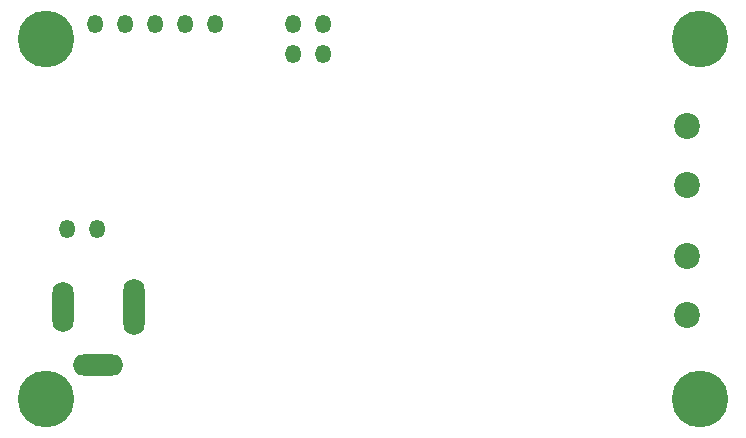
<source format=gbr>
G04 DipTrace 3.1.0.1*
G04 TPA3128D2route.BottomPaste.gbr*
%MOIN*%
G04 #@! TF.FileFunction,Paste,Bot*
G04 #@! TF.Part,Single*
%ADD51C,0.188819*%
%ADD53O,0.169134X0.070709*%
%ADD55O,0.070709X0.169134*%
%ADD57O,0.070709X0.188819*%
%ADD59O,0.051969X0.061969*%
%ADD61C,0.086457*%
%FSLAX26Y26*%
G04*
G70*
G90*
G75*
G01*
G04 BotPaste*
%LPD*%
D61*
X2657795Y1232598D3*
Y1429449D3*
Y799528D3*
Y996378D3*
D59*
X981417Y1771969D3*
X781417D3*
X881417D3*
X1081417D3*
X681417D3*
D57*
X811339Y827087D3*
D55*
X575118D3*
D53*
X693228Y634173D3*
D51*
X520000Y1720787D3*
X2701102D3*
Y520000D3*
X520000D3*
D59*
X1342835Y1771969D3*
X1442835D3*
X1342835Y1671969D3*
X1442835D3*
X590866Y1086929D3*
X690866D3*
M02*

</source>
